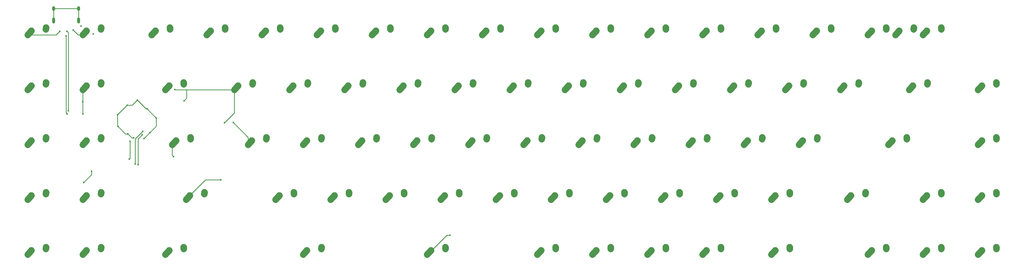
<source format=gtl>
G04 #@! TF.FileFunction,Copper,L1,Top,Signal*
%FSLAX46Y46*%
G04 Gerber Fmt 4.6, Leading zero omitted, Abs format (unit mm)*
G04 Created by KiCad (PCBNEW 4.0.7) date 05/14/18 18:10:09*
%MOMM*%
%LPD*%
G01*
G04 APERTURE LIST*
%ADD10C,0.100000*%
%ADD11C,2.250000*%
%ADD12C,2.250000*%
%ADD13O,1.000000X2.100000*%
%ADD14O,1.000000X1.600000*%
%ADD15C,0.600000*%
%ADD16C,0.258000*%
G04 APERTURE END LIST*
D10*
D11*
X707350000Y-276487500D02*
X707390000Y-275907500D01*
D12*
X707390000Y-275907500D03*
D11*
X701040000Y-278447500D02*
X702350002Y-276987500D01*
D12*
X702350000Y-276987500D03*
D11*
X597812500Y-276487500D02*
X597852500Y-275907500D01*
D12*
X597852500Y-275907500D03*
D11*
X591502500Y-278447500D02*
X592812502Y-276987500D01*
D12*
X592812500Y-276987500D03*
D11*
X578762500Y-276487500D02*
X578802500Y-275907500D01*
D12*
X578802500Y-275907500D03*
D11*
X572452500Y-278447500D02*
X573762502Y-276987500D01*
D12*
X573762500Y-276987500D03*
D11*
X397787500Y-219337500D02*
X397827500Y-218757500D01*
D12*
X397827500Y-218757500D03*
D11*
X391477500Y-221297500D02*
X392787502Y-219837500D01*
D12*
X392787500Y-219837500D03*
D11*
X447793750Y-257437500D02*
X447833750Y-256857500D01*
D12*
X447833750Y-256857500D03*
D11*
X441483750Y-259397500D02*
X442793752Y-257937500D01*
D12*
X442793750Y-257937500D03*
D11*
X397787500Y-238387500D02*
X397827500Y-237807500D01*
D12*
X397827500Y-237807500D03*
D11*
X391477500Y-240347500D02*
X392787502Y-238887500D01*
D12*
X392787500Y-238887500D03*
D11*
X445412500Y-238387500D02*
X445452500Y-237807500D01*
D12*
X445452500Y-237807500D03*
D11*
X439102500Y-240347500D02*
X440412502Y-238887500D01*
D12*
X440412500Y-238887500D03*
D13*
X400492500Y-216330000D03*
X409132500Y-216330000D03*
D14*
X400492500Y-212150000D03*
X409132500Y-212150000D03*
D11*
X416837500Y-219337500D02*
X416877500Y-218757500D01*
D12*
X416877500Y-218757500D03*
D11*
X410527500Y-221297500D02*
X411837502Y-219837500D01*
D12*
X411837500Y-219837500D03*
D11*
X440650000Y-219337500D02*
X440690000Y-218757500D01*
D12*
X440690000Y-218757500D03*
D11*
X434340000Y-221297500D02*
X435650002Y-219837500D01*
D12*
X435650000Y-219837500D03*
D11*
X459700000Y-219337500D02*
X459740000Y-218757500D01*
D12*
X459740000Y-218757500D03*
D11*
X453390000Y-221297500D02*
X454700002Y-219837500D01*
D12*
X454700000Y-219837500D03*
D11*
X478750000Y-219337500D02*
X478790000Y-218757500D01*
D12*
X478790000Y-218757500D03*
D11*
X472440000Y-221297500D02*
X473750002Y-219837500D01*
D12*
X473750000Y-219837500D03*
D11*
X497800000Y-219337500D02*
X497840000Y-218757500D01*
D12*
X497840000Y-218757500D03*
D11*
X491490000Y-221297500D02*
X492800002Y-219837500D01*
D12*
X492800000Y-219837500D03*
D11*
X516850000Y-219337500D02*
X516890000Y-218757500D01*
D12*
X516890000Y-218757500D03*
D11*
X510540000Y-221297500D02*
X511850002Y-219837500D01*
D12*
X511850000Y-219837500D03*
D11*
X535900000Y-219337500D02*
X535940000Y-218757500D01*
D12*
X535940000Y-218757500D03*
D11*
X529590000Y-221297500D02*
X530900002Y-219837500D01*
D12*
X530900000Y-219837500D03*
D11*
X554950000Y-219337500D02*
X554990000Y-218757500D01*
D12*
X554990000Y-218757500D03*
D11*
X548640000Y-221297500D02*
X549950002Y-219837500D01*
D12*
X549950000Y-219837500D03*
D11*
X574000000Y-219337500D02*
X574040000Y-218757500D01*
D12*
X574040000Y-218757500D03*
D11*
X567690000Y-221297500D02*
X569000002Y-219837500D01*
D12*
X569000000Y-219837500D03*
D11*
X593050000Y-219337500D02*
X593090000Y-218757500D01*
D12*
X593090000Y-218757500D03*
D11*
X586740000Y-221297500D02*
X588050002Y-219837500D01*
D12*
X588050000Y-219837500D03*
D11*
X612100000Y-219337500D02*
X612140000Y-218757500D01*
D12*
X612140000Y-218757500D03*
D11*
X605790000Y-221297500D02*
X607100002Y-219837500D01*
D12*
X607100000Y-219837500D03*
D11*
X631150000Y-219337500D02*
X631190000Y-218757500D01*
D12*
X631190000Y-218757500D03*
D11*
X624840000Y-221297500D02*
X626150002Y-219837500D01*
D12*
X626150000Y-219837500D03*
D11*
X650200000Y-219337500D02*
X650240000Y-218757500D01*
D12*
X650240000Y-218757500D03*
D11*
X643890000Y-221297500D02*
X645200002Y-219837500D01*
D12*
X645200000Y-219837500D03*
D11*
X669250000Y-219337500D02*
X669290000Y-218757500D01*
D12*
X669290000Y-218757500D03*
D11*
X662940000Y-221297500D02*
X664250002Y-219837500D01*
D12*
X664250000Y-219837500D03*
D11*
X688300000Y-219337500D02*
X688340000Y-218757500D01*
D12*
X688340000Y-218757500D03*
D11*
X681990000Y-221297500D02*
X683300002Y-219837500D01*
D12*
X683300000Y-219837500D03*
D11*
X707350000Y-219337500D02*
X707390000Y-218757500D01*
D12*
X707390000Y-218757500D03*
D11*
X701040000Y-221297500D02*
X702350002Y-219837500D01*
D12*
X702350000Y-219837500D03*
D11*
X697825000Y-219337500D02*
X697865000Y-218757500D01*
D12*
X697865000Y-218757500D03*
D11*
X691515000Y-221297500D02*
X692825002Y-219837500D01*
D12*
X692825000Y-219837500D03*
D11*
X416837500Y-238387500D02*
X416877500Y-237807500D01*
D12*
X416877500Y-237807500D03*
D11*
X410527500Y-240347500D02*
X411837502Y-238887500D01*
D12*
X411837500Y-238887500D03*
D11*
X469225000Y-238387500D02*
X469265000Y-237807500D01*
D12*
X469265000Y-237807500D03*
D11*
X462915000Y-240347500D02*
X464225002Y-238887500D01*
D12*
X464225000Y-238887500D03*
D11*
X488275000Y-238387500D02*
X488315000Y-237807500D01*
D12*
X488315000Y-237807500D03*
D11*
X481965000Y-240347500D02*
X483275002Y-238887500D01*
D12*
X483275000Y-238887500D03*
D11*
X507325000Y-238387500D02*
X507365000Y-237807500D01*
D12*
X507365000Y-237807500D03*
D11*
X501015000Y-240347500D02*
X502325002Y-238887500D01*
D12*
X502325000Y-238887500D03*
D11*
X526375000Y-238387500D02*
X526415000Y-237807500D01*
D12*
X526415000Y-237807500D03*
D11*
X520065000Y-240347500D02*
X521375002Y-238887500D01*
D12*
X521375000Y-238887500D03*
D11*
X545425000Y-238387500D02*
X545465000Y-237807500D01*
D12*
X545465000Y-237807500D03*
D11*
X539115000Y-240347500D02*
X540425002Y-238887500D01*
D12*
X540425000Y-238887500D03*
D11*
X564475000Y-238387500D02*
X564515000Y-237807500D01*
D12*
X564515000Y-237807500D03*
D11*
X558165000Y-240347500D02*
X559475002Y-238887500D01*
D12*
X559475000Y-238887500D03*
D11*
X583525000Y-238387500D02*
X583565000Y-237807500D01*
D12*
X583565000Y-237807500D03*
D11*
X577215000Y-240347500D02*
X578525002Y-238887500D01*
D12*
X578525000Y-238887500D03*
D11*
X602575000Y-238387500D02*
X602615000Y-237807500D01*
D12*
X602615000Y-237807500D03*
D11*
X596265000Y-240347500D02*
X597575002Y-238887500D01*
D12*
X597575000Y-238887500D03*
D11*
X621625000Y-238387500D02*
X621665000Y-237807500D01*
D12*
X621665000Y-237807500D03*
D11*
X615315000Y-240347500D02*
X616625002Y-238887500D01*
D12*
X616625000Y-238887500D03*
D11*
X640675000Y-238387500D02*
X640715000Y-237807500D01*
D12*
X640715000Y-237807500D03*
D11*
X634365000Y-240347500D02*
X635675002Y-238887500D01*
D12*
X635675000Y-238887500D03*
D11*
X659725000Y-238387500D02*
X659765000Y-237807500D01*
D12*
X659765000Y-237807500D03*
D11*
X653415000Y-240347500D02*
X654725002Y-238887500D01*
D12*
X654725000Y-238887500D03*
D11*
X678775000Y-238387500D02*
X678815000Y-237807500D01*
D12*
X678815000Y-237807500D03*
D11*
X672465000Y-240347500D02*
X673775002Y-238887500D01*
D12*
X673775000Y-238887500D03*
D11*
X702587500Y-238387500D02*
X702627500Y-237807500D01*
D12*
X702627500Y-237807500D03*
D11*
X696277500Y-240347500D02*
X697587502Y-238887500D01*
D12*
X697587500Y-238887500D03*
D11*
X726400000Y-238387500D02*
X726440000Y-237807500D01*
D12*
X726440000Y-237807500D03*
D11*
X720090000Y-240347500D02*
X721400002Y-238887500D01*
D12*
X721400000Y-238887500D03*
D11*
X397787500Y-257437500D02*
X397827500Y-256857500D01*
D12*
X397827500Y-256857500D03*
D11*
X391477500Y-259397500D02*
X392787502Y-257937500D01*
D12*
X392787500Y-257937500D03*
D11*
X473987500Y-257437500D02*
X474027500Y-256857500D01*
D12*
X474027500Y-256857500D03*
D11*
X467677500Y-259397500D02*
X468987502Y-257937500D01*
D12*
X468987500Y-257937500D03*
D11*
X493037500Y-257437500D02*
X493077500Y-256857500D01*
D12*
X493077500Y-256857500D03*
D11*
X486727500Y-259397500D02*
X488037502Y-257937500D01*
D12*
X488037500Y-257937500D03*
D11*
X512087500Y-257437500D02*
X512127500Y-256857500D01*
D12*
X512127500Y-256857500D03*
D11*
X505777500Y-259397500D02*
X507087502Y-257937500D01*
D12*
X507087500Y-257937500D03*
D11*
X531137500Y-257437500D02*
X531177500Y-256857500D01*
D12*
X531177500Y-256857500D03*
D11*
X524827500Y-259397500D02*
X526137502Y-257937500D01*
D12*
X526137500Y-257937500D03*
D11*
X550187500Y-257437500D02*
X550227500Y-256857500D01*
D12*
X550227500Y-256857500D03*
D11*
X543877500Y-259397500D02*
X545187502Y-257937500D01*
D12*
X545187500Y-257937500D03*
D11*
X569237500Y-257437500D02*
X569277500Y-256857500D01*
D12*
X569277500Y-256857500D03*
D11*
X562927500Y-259397500D02*
X564237502Y-257937500D01*
D12*
X564237500Y-257937500D03*
D11*
X588287500Y-257437500D02*
X588327500Y-256857500D01*
D12*
X588327500Y-256857500D03*
D11*
X581977500Y-259397500D02*
X583287502Y-257937500D01*
D12*
X583287500Y-257937500D03*
D11*
X607337500Y-257437500D02*
X607377500Y-256857500D01*
D12*
X607377500Y-256857500D03*
D11*
X601027500Y-259397500D02*
X602337502Y-257937500D01*
D12*
X602337500Y-257937500D03*
D11*
X626387500Y-257437500D02*
X626427500Y-256857500D01*
D12*
X626427500Y-256857500D03*
D11*
X620077500Y-259397500D02*
X621387502Y-257937500D01*
D12*
X621387500Y-257937500D03*
D11*
X645437500Y-257437500D02*
X645477500Y-256857500D01*
D12*
X645477500Y-256857500D03*
D11*
X639127500Y-259397500D02*
X640437502Y-257937500D01*
D12*
X640437500Y-257937500D03*
D11*
X726400000Y-257437500D02*
X726440000Y-256857500D01*
D12*
X726440000Y-256857500D03*
D11*
X720090000Y-259397500D02*
X721400002Y-257937500D01*
D12*
X721400000Y-257937500D03*
D11*
X416837500Y-276487500D02*
X416877500Y-275907500D01*
D12*
X416877500Y-275907500D03*
D11*
X410527500Y-278447500D02*
X411837502Y-276987500D01*
D12*
X411837500Y-276987500D03*
D11*
X483512500Y-276487500D02*
X483552500Y-275907500D01*
D12*
X483552500Y-275907500D03*
D11*
X477202500Y-278447500D02*
X478512502Y-276987500D01*
D12*
X478512500Y-276987500D03*
D11*
X502562500Y-276487500D02*
X502602500Y-275907500D01*
D12*
X502602500Y-275907500D03*
D11*
X496252500Y-278447500D02*
X497562502Y-276987500D01*
D12*
X497562500Y-276987500D03*
D11*
X521612500Y-276487500D02*
X521652500Y-275907500D01*
D12*
X521652500Y-275907500D03*
D11*
X515302500Y-278447500D02*
X516612502Y-276987500D01*
D12*
X516612500Y-276987500D03*
D11*
X540662500Y-276487500D02*
X540702500Y-275907500D01*
D12*
X540702500Y-275907500D03*
D11*
X534352500Y-278447500D02*
X535662502Y-276987500D01*
D12*
X535662500Y-276987500D03*
D11*
X559712500Y-276487500D02*
X559752500Y-275907500D01*
D12*
X559752500Y-275907500D03*
D11*
X553402500Y-278447500D02*
X554712502Y-276987500D01*
D12*
X554712500Y-276987500D03*
D11*
X616862500Y-276487500D02*
X616902500Y-275907500D01*
D12*
X616902500Y-275907500D03*
D11*
X610552500Y-278447500D02*
X611862502Y-276987500D01*
D12*
X611862500Y-276987500D03*
D11*
X635912500Y-276487500D02*
X635952500Y-275907500D01*
D12*
X635952500Y-275907500D03*
D11*
X629602500Y-278447500D02*
X630912502Y-276987500D01*
D12*
X630912500Y-276987500D03*
D11*
X654962500Y-276487500D02*
X655002500Y-275907500D01*
D12*
X655002500Y-275907500D03*
D11*
X648652500Y-278447500D02*
X649962502Y-276987500D01*
D12*
X649962500Y-276987500D03*
D11*
X726400000Y-276487500D02*
X726440000Y-275907500D01*
D12*
X726440000Y-275907500D03*
D11*
X720090000Y-278447500D02*
X721400002Y-276987500D01*
D12*
X721400000Y-276987500D03*
D11*
X397787500Y-295537500D02*
X397827500Y-294957500D01*
D12*
X397827500Y-294957500D03*
D11*
X391477500Y-297497500D02*
X392787502Y-296037500D01*
D12*
X392787500Y-296037500D03*
D11*
X416837500Y-295537500D02*
X416877500Y-294957500D01*
D12*
X416877500Y-294957500D03*
D11*
X410527500Y-297497500D02*
X411837502Y-296037500D01*
D12*
X411837500Y-296037500D03*
D11*
X445412500Y-295537500D02*
X445452500Y-294957500D01*
D12*
X445452500Y-294957500D03*
D11*
X439102500Y-297497500D02*
X440412502Y-296037500D01*
D12*
X440412500Y-296037500D03*
D11*
X416837500Y-257437500D02*
X416877500Y-256857500D01*
D12*
X416877500Y-256857500D03*
D11*
X410527500Y-259397500D02*
X411837502Y-257937500D01*
D12*
X411837500Y-257937500D03*
D11*
X664487500Y-257437500D02*
X664527500Y-256857500D01*
D12*
X664527500Y-256857500D03*
D11*
X658177500Y-259397500D02*
X659487502Y-257937500D01*
D12*
X659487500Y-257937500D03*
D11*
X695443750Y-257437500D02*
X695483750Y-256857500D01*
D12*
X695483750Y-256857500D03*
D11*
X689133750Y-259397500D02*
X690443752Y-257937500D01*
D12*
X690443750Y-257937500D03*
D11*
X397787500Y-276487500D02*
X397827500Y-275907500D01*
D12*
X397827500Y-275907500D03*
D11*
X391477500Y-278447500D02*
X392787502Y-276987500D01*
D12*
X392787500Y-276987500D03*
D11*
X452556250Y-276487500D02*
X452596250Y-275907500D01*
D12*
X452596250Y-275907500D03*
D11*
X446246250Y-278447500D02*
X447556252Y-276987500D01*
D12*
X447556250Y-276987500D03*
D11*
X681156250Y-276487500D02*
X681196250Y-275907500D01*
D12*
X681196250Y-275907500D03*
D11*
X674846250Y-278447500D02*
X676156252Y-276987500D01*
D12*
X676156250Y-276987500D03*
D11*
X493037500Y-295537500D02*
X493077500Y-294957500D01*
D12*
X493077500Y-294957500D03*
D11*
X486727500Y-297497500D02*
X488037502Y-296037500D01*
D12*
X488037500Y-296037500D03*
D11*
X535900000Y-295537500D02*
X535940000Y-294957500D01*
D12*
X535940000Y-294957500D03*
D11*
X529590000Y-297497500D02*
X530900002Y-296037500D01*
D12*
X530900000Y-296037500D03*
D11*
X707350000Y-295537500D02*
X707390000Y-294957500D01*
D12*
X707390000Y-294957500D03*
D11*
X701040000Y-297497500D02*
X702350002Y-296037500D01*
D12*
X702350000Y-296037500D03*
D11*
X726400000Y-295537500D02*
X726440000Y-294957500D01*
D12*
X726440000Y-294957500D03*
D11*
X720090000Y-297497500D02*
X721400002Y-296037500D01*
D12*
X721400000Y-296037500D03*
D11*
X593050000Y-295537500D02*
X593090000Y-294957500D01*
D12*
X593090000Y-294957500D03*
D11*
X586740000Y-297497500D02*
X588050002Y-296037500D01*
D12*
X588050000Y-296037500D03*
D11*
X654962500Y-295537500D02*
X655002500Y-294957500D01*
D12*
X655002500Y-294957500D03*
D11*
X648652500Y-297497500D02*
X649962502Y-296037500D01*
D12*
X649962500Y-296037500D03*
D11*
X688300000Y-295537500D02*
X688340000Y-294957500D01*
D12*
X688340000Y-294957500D03*
D11*
X681990000Y-297497500D02*
X683300002Y-296037500D01*
D12*
X683300000Y-296037500D03*
D11*
X574000000Y-295537500D02*
X574040000Y-294957500D01*
D12*
X574040000Y-294957500D03*
D11*
X567690000Y-297497500D02*
X569000002Y-296037500D01*
D12*
X569000000Y-296037500D03*
D11*
X612100000Y-295537500D02*
X612140000Y-294957500D01*
D12*
X612140000Y-294957500D03*
D11*
X605790000Y-297497500D02*
X607100002Y-296037500D01*
D12*
X607100000Y-296037500D03*
D11*
X631150000Y-295537500D02*
X631190000Y-294957500D01*
D12*
X631190000Y-294957500D03*
D11*
X624840000Y-297497500D02*
X626150002Y-296037500D01*
D12*
X626150000Y-296037500D03*
D15*
X407240000Y-219610000D03*
X402580000Y-220000000D03*
X458310000Y-271570000D03*
X441970000Y-263560000D03*
X445570000Y-244130000D03*
X442410000Y-240270000D03*
X537560000Y-290790000D03*
X414220000Y-221000000D03*
X409910000Y-218240000D03*
X413590000Y-268640000D03*
X410850000Y-272500000D03*
X410527500Y-244470000D03*
X410640000Y-248730000D03*
X433700000Y-255270000D03*
X431700000Y-257260000D03*
X426120000Y-255650000D03*
X422690000Y-253060000D03*
X435960000Y-250180000D03*
X432780000Y-246960000D03*
X429400000Y-243910000D03*
X429400000Y-243910000D03*
X425920000Y-245690000D03*
X422600000Y-248960000D03*
X428110000Y-257000000D03*
X459530000Y-251750000D03*
X462570000Y-251730000D03*
X431240000Y-254770000D03*
X428656486Y-266083514D03*
X431130000Y-255940000D03*
X429710000Y-266380000D03*
X405060000Y-220010000D03*
X405520000Y-247620000D03*
X404760000Y-221600000D03*
X405120000Y-248750000D03*
X426600000Y-264370000D03*
X426850000Y-258220000D03*
D16*
X410527500Y-221297500D02*
X408927500Y-221297500D01*
X408927500Y-221297500D02*
X407240000Y-219610000D01*
X391477500Y-221297500D02*
X401282500Y-221297500D01*
X401282500Y-221297500D02*
X402580000Y-220000000D01*
X447556250Y-276987500D02*
X452973750Y-271570000D01*
X452973750Y-271570000D02*
X458310000Y-271570000D01*
X441483750Y-259397500D02*
X441483750Y-263073750D01*
X441483750Y-263073750D02*
X441970000Y-263560000D01*
X446440000Y-240347500D02*
X442487500Y-240347500D01*
X462915000Y-240347500D02*
X446440000Y-240347500D01*
X446440000Y-240347500D02*
X446440000Y-243260000D01*
X446440000Y-243260000D02*
X445570000Y-244130000D01*
X442487500Y-240347500D02*
X442410000Y-240270000D01*
X529732500Y-297497500D02*
X536440000Y-290790000D01*
X536440000Y-290790000D02*
X537560000Y-290790000D01*
X529590000Y-297497500D02*
X529732500Y-297497500D01*
X435960000Y-253010000D02*
X433999999Y-254970001D01*
X433999999Y-254970001D02*
X433700000Y-255270000D01*
X435960000Y-250180000D02*
X435960000Y-253010000D01*
X410850000Y-272500000D02*
X413590000Y-269760000D01*
X413590000Y-269760000D02*
X413590000Y-268640000D01*
X410527500Y-244470000D02*
X410527500Y-248617500D01*
X410527500Y-240347500D02*
X410527500Y-244470000D01*
X410527500Y-248617500D02*
X410640000Y-248730000D01*
X433690000Y-255270000D02*
X433700000Y-255270000D01*
X431700000Y-257260000D02*
X433690000Y-255270000D01*
X425280000Y-255650000D02*
X425695736Y-255650000D01*
X422690000Y-253060000D02*
X425280000Y-255650000D01*
X425695736Y-255650000D02*
X426120000Y-255650000D01*
X426419999Y-255949999D02*
X426120000Y-255650000D01*
X427470000Y-257000000D02*
X426419999Y-255949999D01*
X428110000Y-257000000D02*
X427470000Y-257000000D01*
X422600000Y-252970000D02*
X422690000Y-253060000D01*
X422600000Y-248960000D02*
X422600000Y-252970000D01*
X432780000Y-246960000D02*
X435960000Y-250140000D01*
X435960000Y-250140000D02*
X435960000Y-250180000D01*
X429400000Y-243910000D02*
X432450000Y-246960000D01*
X432450000Y-246960000D02*
X432780000Y-246960000D01*
X425920000Y-245690000D02*
X427620000Y-245690000D01*
X427620000Y-245690000D02*
X429400000Y-243910000D01*
X422600000Y-248960000D02*
X425870000Y-245690000D01*
X425870000Y-245690000D02*
X425920000Y-245690000D01*
X459530000Y-251750000D02*
X462915000Y-248365000D01*
X462915000Y-248365000D02*
X462915000Y-240347500D01*
X462570000Y-251730000D02*
X467677500Y-256837500D01*
X467677500Y-256837500D02*
X467677500Y-259397500D01*
X428656486Y-266083514D02*
X428656486Y-257353514D01*
X428656486Y-257353514D02*
X431240000Y-254770000D01*
X430830001Y-256239999D02*
X431130000Y-255940000D01*
X429710000Y-257360000D02*
X430830001Y-256239999D01*
X429710000Y-266380000D02*
X429710000Y-257360000D01*
X405359999Y-220309999D02*
X405060000Y-220010000D01*
X405520000Y-220470000D02*
X405359999Y-220309999D01*
X405520000Y-247620000D02*
X405520000Y-220470000D01*
X404760000Y-222024264D02*
X404760000Y-221600000D01*
X404760000Y-248390000D02*
X404760000Y-222024264D01*
X405120000Y-248750000D02*
X404760000Y-248390000D01*
X409132500Y-212150000D02*
X409132500Y-213208000D01*
X409132500Y-213208000D02*
X409132500Y-216330000D01*
X400492500Y-212150000D02*
X409132500Y-212150000D01*
X400492500Y-216330000D02*
X400492500Y-215022000D01*
X400492500Y-215022000D02*
X400492500Y-212150000D01*
X426850000Y-264120000D02*
X426600000Y-264370000D01*
X426850000Y-258220000D02*
X426850000Y-264120000D01*
M02*

</source>
